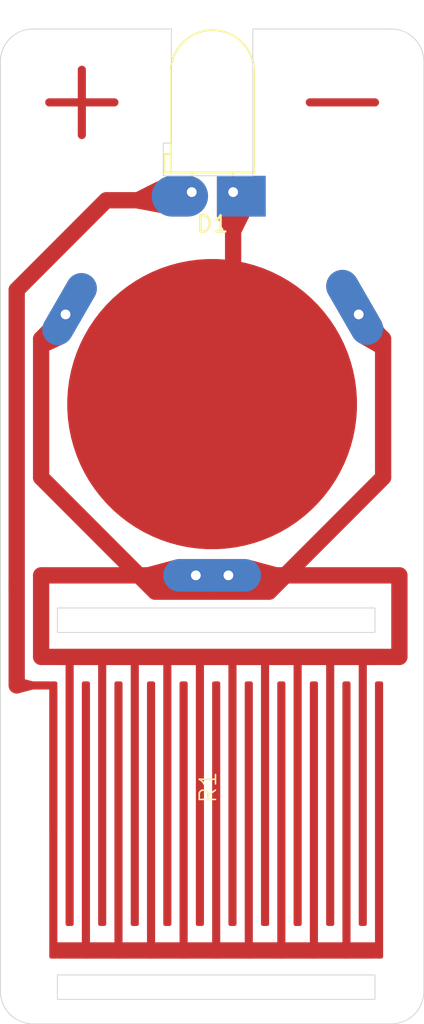
<source format=kicad_pcb>
(kicad_pcb (version 20240108) (generator "pcbnew") (generator_version "8.0")
  (layers (0 "F.Cu" signal) (31 "B.Cu" signal) (34 "B.Paste" user) (35 "F.Paste" user) (36 "B.SilkS" user "B.Silkscreen") (37 "F.SilkS" user "F.Silkscreen") (38 "B.Mask" user) (39 "F.Mask" user) (44 "Edge.Cuts" user))
  (net 0 "")
  (net 1 "Net-(BT1-+)")
  (net 2 "Net-(BT1--)")
  (net 3 "Net-(D1-A)")
  (footprint "CHAIR:BatteryHolder_2032_CNC_Milling" (layer "F.Cu") (at 71 36)
    (property "Reference" "BT1" (hide yes))
    (property "Value" "Battery_Cell")
    (pad "1" thru_hole oval (at -9 -5.5 60) (size 4.812786 1.897531) (drill 0.6 (offset 0.406394 0.051235)) (layers "*.Cu" "*.Mask") (net 1 "Net-(BT1-+)"))
    (pad "1" thru_hole oval (at -1 10.5) (size 4 2) (drill 0.6) (layers "*.Cu" "*.Mask") (net 1 "Net-(BT1-+)"))
    (pad "1" thru_hole oval (at 1 10.5) (size 4 2) (drill 0.6) (layers "*.Cu" "*.Mask") (net 1 "Net-(BT1-+)"))
    (pad "1" thru_hole oval (at 9 -5.5 300) (size 5 2) (drill 0.6 (offset -0.5 0)) (layers "*.Cu" "*.Mask") (net 1 "Net-(BT1-+)"))
    (pad "2" smd custom (at 0 0) (size 17.8 17.8) (layers "F.Cu" "F.Mask") (net 2 "Net-(BT1--)") (options (clearance outline) (anchor circle)) (primitives))
  )
  (footprint "LED_THT:LED_D5.0mm_Horizontal_O1.27mm_Z3.0mm" (layer "F.Cu") (at 72.29 23 180)
    (property "Reference" "D1" (at 1.27 -1.96 180) (layer "F.SilkS"))
    (property "Value" "LED")
    (fp_line (start 4.23 2.33) (end 3.83 2.33) (stroke (width 0.12)) (layer "F.SilkS"))
    (fp_line (start 4.23 1.21) (end 4.23 2.33) (stroke (width 0.12)) (layer "F.SilkS"))
    (fp_line (start 3.83 2.33) (end 3.83 1.21) (stroke (width 0.12)) (layer "F.SilkS"))
    (fp_line (start 3.83 1.21) (end 4.23 1.21) (stroke (width 0.12)) (layer "F.SilkS"))
    (fp_line (start 3.83 1.21) (end 3.83 7.37) (stroke (width 0.12)) (layer "F.SilkS"))
    (fp_line (start 2.54 1.21) (end 2.54 1.21) (stroke (width 0.12)) (layer "F.SilkS"))
    (fp_line (start 2.54 1.21) (end 2.54 1.08) (stroke (width 0.12)) (layer "F.SilkS"))
    (fp_line (start 2.54 1.08) (end 2.54 1.21) (stroke (width 0.12)) (layer "F.SilkS"))
    (fp_line (start 2.54 1.08) (end 2.54 1.08) (stroke (width 0.12)) (layer "F.SilkS"))
    (fp_line (start 0 1.21) (end 0 1.21) (stroke (width 0.12)) (layer "F.SilkS"))
    (fp_line (start 0 1.21) (end 0 1.08) (stroke (width 0.12)) (layer "F.SilkS"))
    (fp_line (start 0 1.08) (end 0 1.21) (stroke (width 0.12)) (layer "F.SilkS"))
    (fp_line (start 0 1.08) (end 0 1.08) (stroke (width 0.12)) (layer "F.SilkS"))
    (fp_line (start -1.29 1.21) (end 3.83 1.21) (stroke (width 0.12)) (layer "F.SilkS"))
    (fp_line (start -1.29 1.21) (end -1.29 7.37) (stroke (width 0.12)) (layer "F.SilkS"))
    (fp_arc (start 3.83 7.37) (mid 1.27 9.93) (end -1.29 7.37) (stroke (width 0.12)) (layer "F.SilkS"))
    (pad "1" thru_hole rect (at 0 0 180) (size 3 2.5) (drill 0.6 (offset -0.5 -0.25)) (layers "*.Cu" "*.Mask") (net 2 "Net-(BT1--)"))
    (pad "2" thru_hole oval (at 2.54 0 180) (size 3.46 2.5) (drill 0.6 (offset 0.73 -0.25)) (layers "*.Cu" "*.Mask") (net 3 "Net-(D1-A)"))
  )
  (footprint "CHAIR:Humidity_Sensor_Printed_Electronics_Fine" (layer "F.Cu") (at 71.25 59.5 90)
    (property "Reference" "R1" (at 0 -0.5 90) (layer "F.SilkS") (effects (font (thickness 0.1))))
    (property "Value" "R_Variable")
    (pad "1" smd roundrect (at -10 0 90) (size 1 20) (layers "F.Cu" "F.Mask") (net 3 "Net-(D1-A)"))
    (pad "1" smd roundrect (at -2 -10 180) (size 0.5 17) (layers "F.Cu" "F.Mask") (net 3 "Net-(D1-A)"))
    (pad "1" smd roundrect (at -2 -8 180) (size 0.5 17) (layers "F.Cu" "F.Mask") (net 3 "Net-(D1-A)"))
    (pad "1" smd roundrect (at -2 -6 180) (size 0.5 17) (layers "F.Cu" "F.Mask") (net 3 "Net-(D1-A)"))
    (pad "1" smd roundrect (at -2 -4 180) (size 0.5 17) (layers "F.Cu" "F.Mask") (net 3 "Net-(D1-A)"))
    (pad "1" smd roundrect (at -2 -2 180) (size 0.5 17) (layers "F.Cu" "F.Mask") (net 3 "Net-(D1-A)"))
    (pad "1" smd roundrect (at -2 0 180) (size 0.5 17) (layers "F.Cu" "F.Mask") (net 3 "Net-(D1-A)"))
    (pad "1" smd roundrect (at -2 2 180) (size 0.5 17) (layers "F.Cu" "F.Mask") (net 3 "Net-(D1-A)"))
    (pad "1" smd roundrect (at -2 4 180) (size 0.5 17) (layers "F.Cu" "F.Mask") (net 3 "Net-(D1-A)"))
    (pad "1" smd roundrect (at -2 6 180) (size 0.5 17) (layers "F.Cu" "F.Mask") (net 3 "Net-(D1-A)"))
    (pad "1" smd roundrect (at -2 8 180) (size 0.5 17) (layers "F.Cu" "F.Mask") (net 3 "Net-(D1-A)"))
    (pad "1" smd roundrect (at -2 10 180) (size 0.5 17) (layers "F.Cu" "F.Mask") (net 3 "Net-(D1-A)"))
    (pad "2" smd roundrect (at 0 -9 180) (size 0.5 17) (layers "F.Cu" "F.Mask") (net 1 "Net-(BT1-+)"))
    (pad "2" smd roundrect (at 0 -7 180) (size 0.5 17) (layers "F.Cu" "F.Mask") (net 1 "Net-(BT1-+)"))
    (pad "2" smd roundrect (at 0 -5 180) (size 0.5 17) (layers "F.Cu" "F.Mask") (net 1 "Net-(BT1-+)"))
    (pad "2" smd roundrect (at 0 -3 180) (size 0.5 17) (layers "F.Cu" "F.Mask") (net 1 "Net-(BT1-+)"))
    (pad "2" smd roundrect (at 0 -1 180) (size 0.5 17) (layers "F.Cu" "F.Mask") (net 1 "Net-(BT1-+)"))
    (pad "2" smd roundrect (at 0 1 180) (size 0.5 17) (layers "F.Cu" "F.Mask") (net 1 "Net-(BT1-+)"))
    (pad "2" smd roundrect (at 0 3 180) (size 0.5 17) (layers "F.Cu" "F.Mask") (net 1 "Net-(BT1-+)"))
    (pad "2" smd roundrect (at 0 5 180) (size 0.5 17) (layers "F.Cu" "F.Mask") (net 1 "Net-(BT1-+)"))
    (pad "2" smd roundrect (at 0 7 180) (size 0.5 17) (layers "F.Cu" "F.Mask") (net 1 "Net-(BT1-+)"))
    (pad "2" smd roundrect (at 0 9 180) (size 0.5 17) (layers "F.Cu" "F.Mask") (net 1 "Net-(BT1-+)"))
    (pad "2" smd roundrect (at 8 0 90) (size 1 20) (layers "F.Cu" "F.Mask") (net 1 "Net-(BT1-+)"))
  )
  (gr_line (start 61 17.5) (end 65 17.5) (stroke (width 0.5)) (layer "F.Cu"))
  (gr_line (start 63 15.5) (end 63 19.5) (stroke (width 0.5)) (layer "F.Cu"))
  (gr_line (start 77 17.5) (end 81 17.5) (stroke (width 0.5)) (layer "F.Cu"))
  (gr_arc (start 84 72) (mid 83.414214 73.414214) (end 82 74) (stroke (width 0.05)) (layer "Edge.Cuts"))
  (gr_line (start 73.5 22) (end 68 22) (stroke (width 0.05)) (layer "Edge.Cuts"))
  (gr_line (start 84 72) (end 84 15) (stroke (width 0.05)) (layer "Edge.Cuts"))
  (gr_line (start 68 20) (end 68.5 20) (stroke (width 0.05)) (layer "Edge.Cuts"))
  (gr_rect (start 61.5 48.5) (end 81 50) (stroke (width 0.05)) (fill none) (layer "Edge.Cuts"))
  (gr_line (start 60 13) (end 68.5 13) (stroke (width 0.05)) (layer "Edge.Cuts"))
  (gr_rect (start 61.5 71) (end 81 72.5) (stroke (width 0.05)) (fill none) (layer "Edge.Cuts"))
  (gr_arc (start 82 13) (mid 83.414214 13.585786) (end 84 15) (stroke (width 0.05)) (layer "Edge.Cuts"))
  (gr_arc (start 58 15) (mid 58.585786 13.585786) (end 60 13) (stroke (width 0.05)) (layer "Edge.Cuts"))
  (gr_line (start 68 22) (end 68 20) (stroke (width 0.05)) (layer "Edge.Cuts"))
  (gr_line (start 82 13) (end 73.5 13) (stroke (width 0.05)) (layer "Edge.Cuts"))
  (gr_line (start 60 74) (end 82 74) (stroke (width 0.05)) (layer "Edge.Cuts"))
  (gr_line (start 73.5 13) (end 73.5 22) (stroke (width 0.05)) (layer "Edge.Cuts"))
  (gr_line (start 58 15) (end 58 72) (stroke (width 0.05)) (layer "Edge.Cuts"))
  (gr_arc (start 60 74) (mid 58.585786 73.414214) (end 58 72) (stroke (width 0.05)) (layer "Edge.Cuts"))
  (gr_line (start 68.5 20) (end 68.5 13) (stroke (width 0.05)) (layer "Edge.Cuts"))
  (segment (start 82.5 46.5) (end 72 46.5) (width 1) (layer "F.Cu") (net 1))
  (segment (start 75.25 46.5) (end 75.375 46.625) (width 1) (layer "F.Cu") (net 1))
  (segment (start 60.5 32) (end 60.5 40.5) (width 1) (layer "F.Cu") (net 1))
  (segment (start 60.5 51.5) (end 60.5 46.5) (width 1) (layer "F.Cu") (net 1))
  (segment (start 82.5 51.5) (end 82.5 46.5) (width 1) (layer "F.Cu") (net 1))
  (segment (start 81.5 32) (end 80 30.5) (width 1) (layer "F.Cu") (net 1))
  (segment (start 72 46.5) (end 75.25 46.5) (width 1) (layer "F.Cu") (net 1))
  (segment (start 70 46.5) (end 67 46.5) (width 1) (layer "F.Cu") (net 1))
  (segment (start 60.5 46.5) (end 70 46.5) (width 1) (layer "F.Cu") (net 1))
  (segment (start 81.5 40.5) (end 81.5 32) (width 1) (layer "F.Cu") (net 1))
  (segment (start 60.5 51.5) (end 71 51.5) (width 1) (layer "F.Cu") (net 1))
  (segment (start 67.5 47.5) (end 71 47.5) (width 1) (layer "F.Cu") (net 1))
  (segment (start 71 47.5) (end 74.5 47.5) (width 1) (layer "F.Cu") (net 1))
  (segment (start 60.5 40.5) (end 66.75 46.75) (width 1) (layer "F.Cu") (net 1))
  (segment (start 75.375 46.625) (end 81.5 40.5) (width 1) (layer "F.Cu") (net 1))
  (segment (start 67 46.5) (end 66.75 46.75) (width 1) (layer "F.Cu") (net 1))
  (segment (start 66.75 46.75) (end 67.5 47.5) (width 1) (layer "F.Cu") (net 1))
  (segment (start 74.5 47.5) (end 75.375 46.625) (width 1) (layer "F.Cu") (net 1))
  (segment (start 71 51.5) (end 82.5 51.5) (width 1) (layer "F.Cu") (net 1))
  (segment (start 62 30.5) (end 60.5 32) (width 1) (layer "F.Cu") (net 1))
  (segment (start 72.29 34.71) (end 71 36) (width 1) (layer "F.Cu") (net 2))
  (segment (start 72.29 23) (end 72.29 34.71) (width 1) (layer "F.Cu") (net 2))
  (segment (start 59 47) (end 59 47.5) (width 1) (layer "F.Cu") (net 3))
  (segment (start 59 47) (end 59 53.25) (width 1) (layer "F.Cu") (net 3))
  (segment (start 61.25 53.5) (end 61.25 62) (width 0.5) (layer "F.Cu") (net 3))
  (segment (start 59 29) (end 59 47) (width 1) (layer "F.Cu") (net 3))
  (segment (start 59 53.25) (end 61 53.25) (width 0.5) (layer "F.Cu") (net 3))
  (segment (start 64.5 23.5) (end 59 29) (width 1) (layer "F.Cu") (net 3))
  (segment (start 69.25 23.5) (end 64.5 23.5) (width 1) (layer "F.Cu") (net 3))
  (segment (start 69.75 23) (end 69.25 23.5) (width 1) (layer "F.Cu") (net 3))
)
</source>
